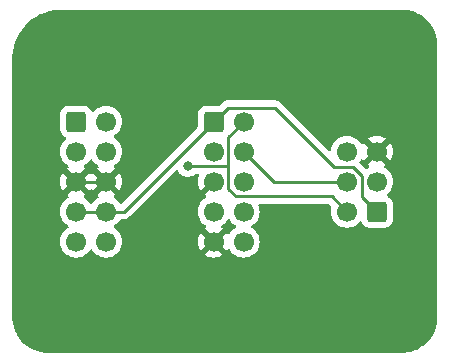
<source format=gbr>
%TF.GenerationSoftware,KiCad,Pcbnew,8.0.0*%
%TF.CreationDate,2024-04-02T10:27:19-06:00*%
%TF.ProjectId,swd_adapter,7377645f-6164-4617-9074-65722e6b6963,rev?*%
%TF.SameCoordinates,Original*%
%TF.FileFunction,Copper,L1,Top*%
%TF.FilePolarity,Positive*%
%FSLAX46Y46*%
G04 Gerber Fmt 4.6, Leading zero omitted, Abs format (unit mm)*
G04 Created by KiCad (PCBNEW 8.0.0) date 2024-04-02 10:27:19*
%MOMM*%
%LPD*%
G01*
G04 APERTURE LIST*
G04 Aperture macros list*
%AMRoundRect*
0 Rectangle with rounded corners*
0 $1 Rounding radius*
0 $2 $3 $4 $5 $6 $7 $8 $9 X,Y pos of 4 corners*
0 Add a 4 corners polygon primitive as box body*
4,1,4,$2,$3,$4,$5,$6,$7,$8,$9,$2,$3,0*
0 Add four circle primitives for the rounded corners*
1,1,$1+$1,$2,$3*
1,1,$1+$1,$4,$5*
1,1,$1+$1,$6,$7*
1,1,$1+$1,$8,$9*
0 Add four rect primitives between the rounded corners*
20,1,$1+$1,$2,$3,$4,$5,0*
20,1,$1+$1,$4,$5,$6,$7,0*
20,1,$1+$1,$6,$7,$8,$9,0*
20,1,$1+$1,$8,$9,$2,$3,0*%
G04 Aperture macros list end*
%TA.AperFunction,ComponentPad*%
%ADD10RoundRect,0.250000X-0.600000X-0.600000X0.600000X-0.600000X0.600000X0.600000X-0.600000X0.600000X0*%
%TD*%
%TA.AperFunction,ComponentPad*%
%ADD11C,1.700000*%
%TD*%
%TA.AperFunction,ComponentPad*%
%ADD12RoundRect,0.250000X0.600000X0.600000X-0.600000X0.600000X-0.600000X-0.600000X0.600000X-0.600000X0*%
%TD*%
%TA.AperFunction,ViaPad*%
%ADD13C,0.800000*%
%TD*%
%TA.AperFunction,Conductor*%
%ADD14C,0.250000*%
%TD*%
G04 APERTURE END LIST*
D10*
%TO.P,J1,1,VTref*%
%TO.N,/Vcc*%
X115650000Y-58520000D03*
D11*
%TO.P,J1,2,SWDIO/TMS*%
%TO.N,/SWDIO*%
X118190000Y-58520000D03*
%TO.P,J1,3,GND*%
%TO.N,GND*%
X115650000Y-61060000D03*
%TO.P,J1,4,SWCLK/TCK*%
%TO.N,/SWCLK*%
X118190000Y-61060000D03*
%TO.P,J1,5,GND*%
%TO.N,GND*%
X115650000Y-63600000D03*
%TO.P,J1,6,SWO/TDO*%
%TO.N,/SWO*%
X118190000Y-63600000D03*
%TO.P,J1,7,KEY*%
%TO.N,unconnected-(J1-KEY-Pad7)*%
X115650000Y-66140000D03*
%TO.P,J1,8,NC/TDI*%
%TO.N,/RST*%
X118190000Y-66140000D03*
%TO.P,J1,9,GNDDetect*%
%TO.N,GND*%
X115650000Y-68680000D03*
%TO.P,J1,10,~{RESET}*%
%TO.N,/RST*%
X118190000Y-68680000D03*
%TD*%
D10*
%TO.P,J3,1,Pin_1*%
%TO.N,/RST*%
X104000000Y-58520000D03*
D11*
%TO.P,J3,2,Pin_2*%
%TO.N,/SWCLK*%
X106540000Y-58520000D03*
%TO.P,J3,3,Pin_3*%
%TO.N,/SWO*%
X104000000Y-61060000D03*
%TO.P,J3,4,Pin_4*%
%TO.N,/SWDIO*%
X106540000Y-61060000D03*
%TO.P,J3,5,Pin_5*%
%TO.N,GND*%
X104000000Y-63600000D03*
%TO.P,J3,6,Pin_6*%
X106540000Y-63600000D03*
%TO.P,J3,7,Pin_7*%
%TO.N,/Vcc*%
X104000000Y-66140000D03*
%TO.P,J3,8,Pin_8*%
X106540000Y-66140000D03*
%TO.P,J3,9,Pin_9*%
%TO.N,unconnected-(J3-Pin_9-Pad9)*%
X104000000Y-68680000D03*
%TO.P,J3,10,Pin_10*%
%TO.N,unconnected-(J3-Pin_10-Pad10)*%
X106540000Y-68680000D03*
%TD*%
D12*
%TO.P,J2,1,VCC*%
%TO.N,/Vcc*%
X129467500Y-66145000D03*
D11*
%TO.P,J2,2,SWDIO*%
%TO.N,/SWDIO*%
X126927500Y-66145000D03*
%TO.P,J2,3,~{RESET}*%
%TO.N,/RST*%
X129467500Y-63605000D03*
%TO.P,J2,4,SWCLK*%
%TO.N,/SWCLK*%
X126927500Y-63605000D03*
%TO.P,J2,5,GND*%
%TO.N,GND*%
X129467500Y-61065000D03*
%TO.P,J2,6,SWO*%
%TO.N,/SWO*%
X126927500Y-61065000D03*
%TD*%
D13*
%TO.N,/SWDIO*%
X113450000Y-62300000D03*
%TD*%
D14*
%TO.N,/Vcc*%
X120845000Y-57345000D02*
X125850000Y-62350000D01*
X115650000Y-58520000D02*
X116825000Y-57345000D01*
X128200000Y-63100000D02*
X128200000Y-64877500D01*
X108030000Y-66140000D02*
X115650000Y-58520000D01*
X128200000Y-64877500D02*
X129467500Y-66145000D01*
X116825000Y-57345000D02*
X120845000Y-57345000D01*
X127450000Y-62350000D02*
X128200000Y-63100000D01*
X125850000Y-62350000D02*
X127450000Y-62350000D01*
X106540000Y-66140000D02*
X108030000Y-66140000D01*
X106540000Y-66140000D02*
X104000000Y-66140000D01*
%TO.N,/SWDIO*%
X113450000Y-62300000D02*
X116900000Y-62300000D01*
X126927500Y-66145000D02*
X125632500Y-64850000D01*
X116900000Y-64200000D02*
X116900000Y-62300000D01*
X125632500Y-64850000D02*
X117550000Y-64850000D01*
X116900000Y-62300000D02*
X116900000Y-59810000D01*
X116900000Y-59810000D02*
X118190000Y-58520000D01*
X117550000Y-64850000D02*
X116900000Y-64200000D01*
%TO.N,GND*%
X104000000Y-63600000D02*
X106540000Y-63600000D01*
%TO.N,/SWCLK*%
X120735000Y-63605000D02*
X118190000Y-61060000D01*
X126927500Y-63605000D02*
X120735000Y-63605000D01*
%TD*%
%TA.AperFunction,Conductor*%
%TO.N,GND*%
G36*
X117004855Y-66806546D02*
G01*
X117021575Y-66825842D01*
X117151501Y-67011396D01*
X117151506Y-67011402D01*
X117318597Y-67178493D01*
X117318603Y-67178498D01*
X117504158Y-67308425D01*
X117547783Y-67363002D01*
X117554977Y-67432500D01*
X117523454Y-67494855D01*
X117504158Y-67511575D01*
X117318597Y-67641505D01*
X117151505Y-67808597D01*
X117021269Y-67994595D01*
X116966692Y-68038220D01*
X116897194Y-68045414D01*
X116834839Y-68013891D01*
X116818119Y-67994595D01*
X116764925Y-67918626D01*
X116764925Y-67918625D01*
X116132962Y-68550589D01*
X116115925Y-68487007D01*
X116050099Y-68372993D01*
X115957007Y-68279901D01*
X115842993Y-68214075D01*
X115779410Y-68197037D01*
X116411373Y-67565073D01*
X116411373Y-67565072D01*
X116335405Y-67511880D01*
X116291780Y-67457304D01*
X116284586Y-67387805D01*
X116316108Y-67325451D01*
X116335399Y-67308734D01*
X116521401Y-67178495D01*
X116688495Y-67011401D01*
X116818425Y-66825842D01*
X116873002Y-66782217D01*
X116942500Y-66775023D01*
X117004855Y-66806546D01*
G37*
%TD.AperFunction*%
%TA.AperFunction,Conductor*%
G36*
X106074075Y-63792993D02*
G01*
X106139901Y-63907007D01*
X106232993Y-64000099D01*
X106347007Y-64065925D01*
X106410590Y-64082962D01*
X105778625Y-64714925D01*
X105854594Y-64768119D01*
X105898219Y-64822696D01*
X105905413Y-64892194D01*
X105873890Y-64954549D01*
X105854595Y-64971269D01*
X105668594Y-65101508D01*
X105501505Y-65268597D01*
X105371575Y-65454158D01*
X105316998Y-65497783D01*
X105247500Y-65504977D01*
X105185145Y-65473454D01*
X105168425Y-65454158D01*
X105038494Y-65268597D01*
X104871402Y-65101506D01*
X104871401Y-65101505D01*
X104685405Y-64971269D01*
X104641781Y-64916692D01*
X104634588Y-64847193D01*
X104666110Y-64784839D01*
X104685405Y-64768119D01*
X104761373Y-64714925D01*
X104129409Y-64082962D01*
X104192993Y-64065925D01*
X104307007Y-64000099D01*
X104400099Y-63907007D01*
X104465925Y-63792993D01*
X104482962Y-63729410D01*
X105114925Y-64361373D01*
X105168425Y-64284968D01*
X105223002Y-64241344D01*
X105292501Y-64234151D01*
X105354855Y-64265673D01*
X105371576Y-64284969D01*
X105425073Y-64361372D01*
X106057037Y-63729409D01*
X106074075Y-63792993D01*
G37*
%TD.AperFunction*%
%TA.AperFunction,Conductor*%
G36*
X105354855Y-61726546D02*
G01*
X105371575Y-61745842D01*
X105501500Y-61931395D01*
X105501505Y-61931401D01*
X105668599Y-62098495D01*
X105854594Y-62228730D01*
X105898218Y-62283307D01*
X105905411Y-62352806D01*
X105873889Y-62415160D01*
X105854593Y-62431880D01*
X105778626Y-62485072D01*
X105778625Y-62485072D01*
X106410590Y-63117037D01*
X106347007Y-63134075D01*
X106232993Y-63199901D01*
X106139901Y-63292993D01*
X106074075Y-63407007D01*
X106057037Y-63470590D01*
X105425072Y-62838625D01*
X105425072Y-62838626D01*
X105371574Y-62915030D01*
X105316998Y-62958655D01*
X105247499Y-62965849D01*
X105185144Y-62934326D01*
X105168424Y-62915030D01*
X105114925Y-62838626D01*
X105114925Y-62838625D01*
X104482962Y-63470589D01*
X104465925Y-63407007D01*
X104400099Y-63292993D01*
X104307007Y-63199901D01*
X104192993Y-63134075D01*
X104129410Y-63117037D01*
X104761373Y-62485073D01*
X104761373Y-62485072D01*
X104685405Y-62431880D01*
X104641780Y-62377304D01*
X104634586Y-62307805D01*
X104666108Y-62245451D01*
X104685399Y-62228734D01*
X104871401Y-62098495D01*
X105038495Y-61931401D01*
X105168425Y-61745842D01*
X105223002Y-61702217D01*
X105292500Y-61695023D01*
X105354855Y-61726546D01*
G37*
%TD.AperFunction*%
%TA.AperFunction,Conductor*%
G36*
X129001575Y-61257993D02*
G01*
X129067401Y-61372007D01*
X129160493Y-61465099D01*
X129274507Y-61530925D01*
X129338090Y-61547962D01*
X128706125Y-62179925D01*
X128782094Y-62233119D01*
X128825719Y-62287696D01*
X128832913Y-62357194D01*
X128801390Y-62419549D01*
X128782094Y-62436269D01*
X128654859Y-62525359D01*
X128588653Y-62547686D01*
X128520886Y-62530676D01*
X128496055Y-62511465D01*
X128021034Y-62036444D01*
X127987549Y-61975121D01*
X127992533Y-61905429D01*
X128007140Y-61877640D01*
X128013120Y-61869099D01*
X128096232Y-61750403D01*
X128150807Y-61706780D01*
X128220305Y-61699586D01*
X128282660Y-61731109D01*
X128299380Y-61750405D01*
X128352573Y-61826373D01*
X128984537Y-61194409D01*
X129001575Y-61257993D01*
G37*
%TD.AperFunction*%
%TA.AperFunction,Conductor*%
G36*
X131600860Y-49049596D02*
G01*
X131603666Y-49049635D01*
X131764001Y-49051872D01*
X131776268Y-49052653D01*
X132101306Y-49089668D01*
X132115131Y-49092042D01*
X132433029Y-49165398D01*
X132446511Y-49169325D01*
X132754072Y-49278180D01*
X132767013Y-49283604D01*
X133060281Y-49426558D01*
X133072540Y-49433420D01*
X133347736Y-49608630D01*
X133359132Y-49616828D01*
X133612756Y-49822068D01*
X133623144Y-49831497D01*
X133851906Y-50064104D01*
X133861176Y-50074665D01*
X134062140Y-50331649D01*
X134070156Y-50343192D01*
X134240756Y-50621270D01*
X134247413Y-50633645D01*
X134385456Y-50929242D01*
X134390672Y-50942292D01*
X134494378Y-51251604D01*
X134498083Y-51265159D01*
X134566129Y-51584226D01*
X134568276Y-51598114D01*
X134599865Y-51923678D01*
X134600445Y-51935989D01*
X134600000Y-52100168D01*
X134600000Y-75099117D01*
X134599988Y-75100855D01*
X134597725Y-75262256D01*
X134596957Y-75274402D01*
X134560722Y-75595992D01*
X134558393Y-75609700D01*
X134486573Y-75924366D01*
X134482724Y-75937729D01*
X134376120Y-76242386D01*
X134370798Y-76255233D01*
X134230760Y-76546025D01*
X134224034Y-76558195D01*
X134052314Y-76831486D01*
X134044267Y-76842827D01*
X133843028Y-77095173D01*
X133833762Y-77105541D01*
X133605541Y-77333762D01*
X133595173Y-77343028D01*
X133342827Y-77544267D01*
X133331486Y-77552314D01*
X133058195Y-77724034D01*
X133046025Y-77730760D01*
X132755233Y-77870798D01*
X132742386Y-77876120D01*
X132437729Y-77982724D01*
X132424366Y-77986573D01*
X132109700Y-78058393D01*
X132095992Y-78060722D01*
X131774402Y-78096957D01*
X131762256Y-78097725D01*
X131600856Y-78099988D01*
X131599118Y-78100000D01*
X101572620Y-78100000D01*
X101569997Y-78099972D01*
X101553158Y-78099615D01*
X101409811Y-78096582D01*
X101397740Y-78095736D01*
X101077828Y-78057554D01*
X101064196Y-78055149D01*
X100751379Y-77981747D01*
X100738104Y-77977839D01*
X100435415Y-77870026D01*
X100422665Y-77864665D01*
X100133883Y-77723788D01*
X100121800Y-77717034D01*
X99850521Y-77544848D01*
X99839266Y-77536789D01*
X99588875Y-77335443D01*
X99578588Y-77326180D01*
X99352193Y-77098174D01*
X99343003Y-77087822D01*
X99143422Y-76835988D01*
X99135468Y-76824711D01*
X98965191Y-76552188D01*
X98958532Y-76540073D01*
X98822071Y-76255233D01*
X98819705Y-76250293D01*
X98814438Y-76237515D01*
X98708769Y-75934053D01*
X98704956Y-75920752D01*
X98633772Y-75607413D01*
X98631469Y-75593794D01*
X98595558Y-75273622D01*
X98594798Y-75261516D01*
X98592577Y-75100868D01*
X98592565Y-75099154D01*
X98592565Y-68680000D01*
X102644341Y-68680000D01*
X102664936Y-68915403D01*
X102664938Y-68915413D01*
X102726094Y-69143655D01*
X102726096Y-69143659D01*
X102726097Y-69143663D01*
X102805801Y-69314588D01*
X102825965Y-69357830D01*
X102825967Y-69357834D01*
X102884462Y-69441373D01*
X102961505Y-69551401D01*
X103128599Y-69718495D01*
X103225384Y-69786265D01*
X103322165Y-69854032D01*
X103322167Y-69854033D01*
X103322170Y-69854035D01*
X103536337Y-69953903D01*
X103764592Y-70015063D01*
X103952918Y-70031539D01*
X103999999Y-70035659D01*
X104000000Y-70035659D01*
X104000001Y-70035659D01*
X104039234Y-70032226D01*
X104235408Y-70015063D01*
X104463663Y-69953903D01*
X104677830Y-69854035D01*
X104871401Y-69718495D01*
X105038495Y-69551401D01*
X105168425Y-69365842D01*
X105223002Y-69322217D01*
X105292500Y-69315023D01*
X105354855Y-69346546D01*
X105371575Y-69365842D01*
X105501500Y-69551395D01*
X105501505Y-69551401D01*
X105668599Y-69718495D01*
X105765384Y-69786265D01*
X105862165Y-69854032D01*
X105862167Y-69854033D01*
X105862170Y-69854035D01*
X106076337Y-69953903D01*
X106304592Y-70015063D01*
X106492918Y-70031539D01*
X106539999Y-70035659D01*
X106540000Y-70035659D01*
X106540001Y-70035659D01*
X106579234Y-70032226D01*
X106775408Y-70015063D01*
X107003663Y-69953903D01*
X107217830Y-69854035D01*
X107411401Y-69718495D01*
X107578495Y-69551401D01*
X107714035Y-69357830D01*
X107813903Y-69143663D01*
X107875063Y-68915408D01*
X107895659Y-68680000D01*
X107875063Y-68444592D01*
X107813903Y-68216337D01*
X107714035Y-68002171D01*
X107708731Y-67994595D01*
X107578494Y-67808597D01*
X107411402Y-67641506D01*
X107411396Y-67641501D01*
X107225842Y-67511575D01*
X107182217Y-67456998D01*
X107175023Y-67387500D01*
X107206546Y-67325145D01*
X107225842Y-67308425D01*
X107248026Y-67292891D01*
X107411401Y-67178495D01*
X107578495Y-67011401D01*
X107713652Y-66818377D01*
X107768229Y-66774752D01*
X107815227Y-66765500D01*
X108091607Y-66765500D01*
X108152029Y-66753481D01*
X108212452Y-66741463D01*
X108212455Y-66741461D01*
X108212458Y-66741461D01*
X108245787Y-66727654D01*
X108245786Y-66727654D01*
X108245792Y-66727652D01*
X108326286Y-66694312D01*
X108377509Y-66660084D01*
X108428733Y-66625858D01*
X108515858Y-66538733D01*
X108515858Y-66538731D01*
X108526066Y-66528524D01*
X108526068Y-66528521D01*
X112422383Y-62632205D01*
X112483704Y-62598722D01*
X112553396Y-62603706D01*
X112609329Y-62645578D01*
X112619408Y-62662750D01*
X112619572Y-62662656D01*
X112622820Y-62668282D01*
X112622821Y-62668284D01*
X112717467Y-62832216D01*
X112832358Y-62959815D01*
X112844129Y-62972888D01*
X112997265Y-63084148D01*
X112997270Y-63084151D01*
X113170192Y-63161142D01*
X113170197Y-63161144D01*
X113355354Y-63200500D01*
X113355355Y-63200500D01*
X113544644Y-63200500D01*
X113544646Y-63200500D01*
X113729803Y-63161144D01*
X113902730Y-63084151D01*
X114055871Y-62972888D01*
X114058788Y-62969647D01*
X114061600Y-62966526D01*
X114121087Y-62929879D01*
X114153748Y-62925500D01*
X114280323Y-62925500D01*
X114347362Y-62945185D01*
X114393117Y-62997989D01*
X114403061Y-63067147D01*
X114392705Y-63101904D01*
X114376571Y-63136502D01*
X114376566Y-63136516D01*
X114315432Y-63364673D01*
X114315430Y-63364684D01*
X114294843Y-63599998D01*
X114294843Y-63600001D01*
X114315430Y-63835315D01*
X114315432Y-63835326D01*
X114376566Y-64063483D01*
X114376570Y-64063492D01*
X114476400Y-64277579D01*
X114476402Y-64277583D01*
X114535072Y-64361373D01*
X114535073Y-64361373D01*
X115167037Y-63729409D01*
X115184075Y-63792993D01*
X115249901Y-63907007D01*
X115342993Y-64000099D01*
X115457007Y-64065925D01*
X115520588Y-64082961D01*
X114888625Y-64714925D01*
X114964594Y-64768119D01*
X115008219Y-64822696D01*
X115015413Y-64892194D01*
X114983890Y-64954549D01*
X114964595Y-64971269D01*
X114778594Y-65101508D01*
X114611505Y-65268597D01*
X114475965Y-65462169D01*
X114475964Y-65462171D01*
X114376098Y-65676335D01*
X114376094Y-65676344D01*
X114314938Y-65904586D01*
X114314936Y-65904596D01*
X114294341Y-66139999D01*
X114294341Y-66140000D01*
X114314936Y-66375403D01*
X114314938Y-66375413D01*
X114376094Y-66603655D01*
X114376096Y-66603659D01*
X114376097Y-66603663D01*
X114465323Y-66795008D01*
X114475965Y-66817830D01*
X114475967Y-66817834D01*
X114584281Y-66972521D01*
X114611505Y-67011401D01*
X114778599Y-67178495D01*
X114964158Y-67308425D01*
X114964594Y-67308730D01*
X115008218Y-67363307D01*
X115015411Y-67432806D01*
X114983889Y-67495160D01*
X114964593Y-67511880D01*
X114888626Y-67565072D01*
X114888625Y-67565072D01*
X115520590Y-68197037D01*
X115457007Y-68214075D01*
X115342993Y-68279901D01*
X115249901Y-68372993D01*
X115184075Y-68487007D01*
X115167037Y-68550589D01*
X114535073Y-67918625D01*
X114535072Y-67918625D01*
X114476401Y-68002419D01*
X114376570Y-68216507D01*
X114376566Y-68216516D01*
X114315432Y-68444673D01*
X114315430Y-68444684D01*
X114294843Y-68679998D01*
X114294843Y-68680001D01*
X114315430Y-68915315D01*
X114315432Y-68915326D01*
X114376566Y-69143483D01*
X114376570Y-69143492D01*
X114476400Y-69357579D01*
X114476402Y-69357583D01*
X114535072Y-69441373D01*
X114535073Y-69441373D01*
X115167037Y-68809409D01*
X115184075Y-68872993D01*
X115249901Y-68987007D01*
X115342993Y-69080099D01*
X115457007Y-69145925D01*
X115520590Y-69162962D01*
X114888625Y-69794925D01*
X114972421Y-69853599D01*
X115186507Y-69953429D01*
X115186516Y-69953433D01*
X115414673Y-70014567D01*
X115414684Y-70014569D01*
X115649998Y-70035157D01*
X115650002Y-70035157D01*
X115885315Y-70014569D01*
X115885326Y-70014567D01*
X116113483Y-69953433D01*
X116113492Y-69953429D01*
X116327578Y-69853600D01*
X116327582Y-69853598D01*
X116411373Y-69794926D01*
X116411373Y-69794925D01*
X115779409Y-69162962D01*
X115842993Y-69145925D01*
X115957007Y-69080099D01*
X116050099Y-68987007D01*
X116115925Y-68872993D01*
X116132962Y-68809410D01*
X116764925Y-69441373D01*
X116818119Y-69365405D01*
X116872696Y-69321781D01*
X116942195Y-69314588D01*
X117004549Y-69346110D01*
X117021269Y-69365405D01*
X117151505Y-69551401D01*
X117318599Y-69718495D01*
X117415384Y-69786265D01*
X117512165Y-69854032D01*
X117512167Y-69854033D01*
X117512170Y-69854035D01*
X117726337Y-69953903D01*
X117954592Y-70015063D01*
X118142918Y-70031539D01*
X118189999Y-70035659D01*
X118190000Y-70035659D01*
X118190001Y-70035659D01*
X118229234Y-70032226D01*
X118425408Y-70015063D01*
X118653663Y-69953903D01*
X118867830Y-69854035D01*
X119061401Y-69718495D01*
X119228495Y-69551401D01*
X119364035Y-69357830D01*
X119463903Y-69143663D01*
X119525063Y-68915408D01*
X119545659Y-68680000D01*
X119525063Y-68444592D01*
X119463903Y-68216337D01*
X119364035Y-68002171D01*
X119358731Y-67994595D01*
X119228494Y-67808597D01*
X119061402Y-67641506D01*
X119061396Y-67641501D01*
X118875842Y-67511575D01*
X118832217Y-67456998D01*
X118825023Y-67387500D01*
X118856546Y-67325145D01*
X118875842Y-67308425D01*
X118898026Y-67292891D01*
X119061401Y-67178495D01*
X119228495Y-67011401D01*
X119364035Y-66817830D01*
X119463903Y-66603663D01*
X119525063Y-66375408D01*
X119545659Y-66140000D01*
X119525063Y-65904592D01*
X119463903Y-65676337D01*
X119452509Y-65651904D01*
X119442018Y-65582827D01*
X119470538Y-65519043D01*
X119529014Y-65480804D01*
X119564892Y-65475500D01*
X125322048Y-65475500D01*
X125389087Y-65495185D01*
X125409729Y-65511819D01*
X125587262Y-65689352D01*
X125620747Y-65750675D01*
X125619356Y-65809126D01*
X125592438Y-65909586D01*
X125592436Y-65909596D01*
X125571841Y-66144999D01*
X125571841Y-66145000D01*
X125592436Y-66380403D01*
X125592438Y-66380413D01*
X125653594Y-66608655D01*
X125653596Y-66608659D01*
X125653597Y-66608663D01*
X125693536Y-66694312D01*
X125753465Y-66822830D01*
X125753467Y-66822834D01*
X125860170Y-66975220D01*
X125889005Y-67016401D01*
X126056099Y-67183495D01*
X126099175Y-67213657D01*
X126249665Y-67319032D01*
X126249667Y-67319033D01*
X126249670Y-67319035D01*
X126463837Y-67418903D01*
X126692092Y-67480063D01*
X126868534Y-67495500D01*
X126927499Y-67500659D01*
X126927500Y-67500659D01*
X126927501Y-67500659D01*
X126986466Y-67495500D01*
X127162908Y-67480063D01*
X127391163Y-67418903D01*
X127605330Y-67319035D01*
X127798901Y-67183495D01*
X127965995Y-67016401D01*
X127966004Y-67016388D01*
X127967136Y-67015040D01*
X127967793Y-67014602D01*
X127969823Y-67012573D01*
X127970230Y-67012980D01*
X128025305Y-66976334D01*
X128095166Y-66975220D01*
X128154538Y-67012053D01*
X128179835Y-67055733D01*
X128182686Y-67064334D01*
X128274788Y-67213656D01*
X128398844Y-67337712D01*
X128548166Y-67429814D01*
X128714703Y-67484999D01*
X128817491Y-67495500D01*
X130117508Y-67495499D01*
X130123813Y-67494855D01*
X130135395Y-67493671D01*
X130220297Y-67484999D01*
X130386834Y-67429814D01*
X130536156Y-67337712D01*
X130660212Y-67213656D01*
X130752314Y-67064334D01*
X130807499Y-66897797D01*
X130818000Y-66795009D01*
X130817999Y-65494992D01*
X130807499Y-65392203D01*
X130752314Y-65225666D01*
X130660212Y-65076344D01*
X130536156Y-64952288D01*
X130438728Y-64892194D01*
X130386836Y-64860187D01*
X130386831Y-64860185D01*
X130386715Y-64860146D01*
X130378233Y-64857336D01*
X130320790Y-64817564D01*
X130293967Y-64753048D01*
X130306282Y-64684272D01*
X130335267Y-64647517D01*
X130335073Y-64647323D01*
X130336719Y-64645676D01*
X130337540Y-64644636D01*
X130338888Y-64643504D01*
X130338901Y-64643495D01*
X130505995Y-64476401D01*
X130641535Y-64282830D01*
X130741403Y-64068663D01*
X130802563Y-63840408D01*
X130823159Y-63605000D01*
X130822721Y-63599999D01*
X130815016Y-63511931D01*
X130802563Y-63369592D01*
X130741403Y-63141337D01*
X130641535Y-62927171D01*
X130638211Y-62922423D01*
X130505994Y-62733597D01*
X130338902Y-62566506D01*
X130338901Y-62566505D01*
X130152905Y-62436269D01*
X130109281Y-62381692D01*
X130102088Y-62312193D01*
X130133610Y-62249839D01*
X130152905Y-62233119D01*
X130228873Y-62179925D01*
X129596909Y-61547962D01*
X129660493Y-61530925D01*
X129774507Y-61465099D01*
X129867599Y-61372007D01*
X129933425Y-61257993D01*
X129950462Y-61194410D01*
X130582425Y-61826373D01*
X130582426Y-61826373D01*
X130641098Y-61742582D01*
X130641100Y-61742578D01*
X130740929Y-61528492D01*
X130740933Y-61528483D01*
X130802067Y-61300326D01*
X130802069Y-61300315D01*
X130822657Y-61065001D01*
X130822657Y-61064998D01*
X130802069Y-60829684D01*
X130802067Y-60829673D01*
X130740933Y-60601516D01*
X130740929Y-60601507D01*
X130641100Y-60387423D01*
X130641099Y-60387421D01*
X130582425Y-60303626D01*
X130582425Y-60303625D01*
X129950462Y-60935589D01*
X129933425Y-60872007D01*
X129867599Y-60757993D01*
X129774507Y-60664901D01*
X129660493Y-60599075D01*
X129596910Y-60582037D01*
X130228873Y-59950073D01*
X130228873Y-59950072D01*
X130145083Y-59891402D01*
X130145079Y-59891400D01*
X129930992Y-59791570D01*
X129930983Y-59791566D01*
X129702826Y-59730432D01*
X129702815Y-59730430D01*
X129467502Y-59709843D01*
X129467498Y-59709843D01*
X129232184Y-59730430D01*
X129232173Y-59730432D01*
X129004016Y-59791566D01*
X129004007Y-59791570D01*
X128789919Y-59891401D01*
X128706125Y-59950072D01*
X129338090Y-60582037D01*
X129274507Y-60599075D01*
X129160493Y-60664901D01*
X129067401Y-60757993D01*
X129001575Y-60872007D01*
X128984537Y-60935589D01*
X128352573Y-60303626D01*
X128299381Y-60379594D01*
X128244804Y-60423219D01*
X128175306Y-60430413D01*
X128112951Y-60398891D01*
X128096230Y-60379594D01*
X127965994Y-60193597D01*
X127798902Y-60026506D01*
X127798895Y-60026501D01*
X127791761Y-60021506D01*
X127733519Y-59980724D01*
X127605334Y-59890967D01*
X127605330Y-59890965D01*
X127561443Y-59870500D01*
X127391163Y-59791097D01*
X127391159Y-59791096D01*
X127391155Y-59791094D01*
X127162913Y-59729938D01*
X127162903Y-59729936D01*
X126927501Y-59709341D01*
X126927499Y-59709341D01*
X126692096Y-59729936D01*
X126692086Y-59729938D01*
X126463844Y-59791094D01*
X126463835Y-59791098D01*
X126249671Y-59890964D01*
X126249669Y-59890965D01*
X126056097Y-60026505D01*
X125889005Y-60193597D01*
X125753465Y-60387169D01*
X125753464Y-60387171D01*
X125672873Y-60560000D01*
X125655930Y-60596335D01*
X125653598Y-60601335D01*
X125653594Y-60601344D01*
X125592438Y-60829586D01*
X125592436Y-60829596D01*
X125585182Y-60912510D01*
X125559729Y-60977579D01*
X125503138Y-61018557D01*
X125433376Y-61022435D01*
X125373973Y-60989383D01*
X121335198Y-56950608D01*
X121335178Y-56950586D01*
X121243733Y-56859141D01*
X121192509Y-56824915D01*
X121141287Y-56790689D01*
X121141286Y-56790688D01*
X121141283Y-56790686D01*
X121141280Y-56790685D01*
X121060792Y-56757347D01*
X121027453Y-56743537D01*
X121017427Y-56741543D01*
X120967029Y-56731518D01*
X120906610Y-56719500D01*
X120906607Y-56719500D01*
X120906606Y-56719500D01*
X116886607Y-56719500D01*
X116763393Y-56719500D01*
X116763389Y-56719500D01*
X116702971Y-56731518D01*
X116642548Y-56743537D01*
X116642543Y-56743538D01*
X116609207Y-56757347D01*
X116595397Y-56763067D01*
X116573169Y-56772274D01*
X116528713Y-56790688D01*
X116518557Y-56797475D01*
X116518449Y-56797547D01*
X116426268Y-56859140D01*
X116382705Y-56902703D01*
X116339142Y-56946267D01*
X116339139Y-56946270D01*
X116152227Y-57133181D01*
X116090904Y-57166666D01*
X116064546Y-57169500D01*
X114999998Y-57169500D01*
X114999981Y-57169501D01*
X114897203Y-57180000D01*
X114897200Y-57180001D01*
X114730668Y-57235185D01*
X114730663Y-57235187D01*
X114581342Y-57327289D01*
X114457289Y-57451342D01*
X114365187Y-57600663D01*
X114365185Y-57600668D01*
X114348701Y-57650414D01*
X114310001Y-57767203D01*
X114310001Y-57767204D01*
X114310000Y-57767204D01*
X114299500Y-57869983D01*
X114299500Y-58934546D01*
X114279815Y-59001585D01*
X114263181Y-59022227D01*
X107863503Y-65421906D01*
X107802180Y-65455391D01*
X107732488Y-65450407D01*
X107676555Y-65408535D01*
X107674247Y-65405348D01*
X107578494Y-65268597D01*
X107411402Y-65101506D01*
X107411401Y-65101505D01*
X107225405Y-64971269D01*
X107181781Y-64916692D01*
X107174588Y-64847193D01*
X107206110Y-64784839D01*
X107225405Y-64768119D01*
X107301373Y-64714925D01*
X106669409Y-64082962D01*
X106732993Y-64065925D01*
X106847007Y-64000099D01*
X106940099Y-63907007D01*
X107005925Y-63792993D01*
X107022962Y-63729410D01*
X107654925Y-64361373D01*
X107654926Y-64361373D01*
X107713598Y-64277582D01*
X107713600Y-64277578D01*
X107813429Y-64063492D01*
X107813433Y-64063483D01*
X107874567Y-63835326D01*
X107874569Y-63835315D01*
X107895157Y-63600001D01*
X107895157Y-63599998D01*
X107874569Y-63364684D01*
X107874567Y-63364673D01*
X107813433Y-63136516D01*
X107813429Y-63136507D01*
X107713600Y-62922423D01*
X107713599Y-62922421D01*
X107654925Y-62838626D01*
X107654925Y-62838625D01*
X107022962Y-63470589D01*
X107005925Y-63407007D01*
X106940099Y-63292993D01*
X106847007Y-63199901D01*
X106732993Y-63134075D01*
X106669410Y-63117037D01*
X107301373Y-62485073D01*
X107301373Y-62485072D01*
X107225405Y-62431880D01*
X107181780Y-62377304D01*
X107174586Y-62307805D01*
X107206108Y-62245451D01*
X107225399Y-62228734D01*
X107411401Y-62098495D01*
X107578495Y-61931401D01*
X107714035Y-61737830D01*
X107813903Y-61523663D01*
X107875063Y-61295408D01*
X107895659Y-61060000D01*
X107875063Y-60824592D01*
X107813903Y-60596337D01*
X107714035Y-60382171D01*
X107708425Y-60374158D01*
X107578494Y-60188597D01*
X107411402Y-60021506D01*
X107411396Y-60021501D01*
X107225842Y-59891575D01*
X107182217Y-59836998D01*
X107175023Y-59767500D01*
X107206546Y-59705145D01*
X107225842Y-59688425D01*
X107368325Y-59588657D01*
X107411401Y-59558495D01*
X107578495Y-59391401D01*
X107714035Y-59197830D01*
X107813903Y-58983663D01*
X107875063Y-58755408D01*
X107895659Y-58520000D01*
X107875063Y-58284592D01*
X107813903Y-58056337D01*
X107714035Y-57842171D01*
X107581527Y-57652928D01*
X107578494Y-57648597D01*
X107411402Y-57481506D01*
X107411395Y-57481501D01*
X107217834Y-57345967D01*
X107217830Y-57345965D01*
X107177777Y-57327288D01*
X107003663Y-57246097D01*
X107003659Y-57246096D01*
X107003655Y-57246094D01*
X106775413Y-57184938D01*
X106775403Y-57184936D01*
X106540001Y-57164341D01*
X106539999Y-57164341D01*
X106304596Y-57184936D01*
X106304586Y-57184938D01*
X106076344Y-57246094D01*
X106076335Y-57246098D01*
X105862171Y-57345964D01*
X105862169Y-57345965D01*
X105668597Y-57481505D01*
X105501503Y-57648599D01*
X105500349Y-57649975D01*
X105499688Y-57650414D01*
X105497676Y-57652427D01*
X105497271Y-57652022D01*
X105442173Y-57688671D01*
X105372312Y-57689772D01*
X105312946Y-57652928D01*
X105287663Y-57609265D01*
X105284814Y-57600666D01*
X105192712Y-57451344D01*
X105068656Y-57327288D01*
X104975888Y-57270069D01*
X104919336Y-57235187D01*
X104919331Y-57235185D01*
X104917862Y-57234698D01*
X104752797Y-57180001D01*
X104752795Y-57180000D01*
X104650010Y-57169500D01*
X103349998Y-57169500D01*
X103349981Y-57169501D01*
X103247203Y-57180000D01*
X103247200Y-57180001D01*
X103080668Y-57235185D01*
X103080663Y-57235187D01*
X102931342Y-57327289D01*
X102807289Y-57451342D01*
X102715187Y-57600663D01*
X102715185Y-57600668D01*
X102698701Y-57650414D01*
X102660001Y-57767203D01*
X102660001Y-57767204D01*
X102660000Y-57767204D01*
X102649500Y-57869983D01*
X102649500Y-59170001D01*
X102649501Y-59170018D01*
X102660000Y-59272796D01*
X102660001Y-59272799D01*
X102699303Y-59391402D01*
X102715186Y-59439334D01*
X102807288Y-59588656D01*
X102931344Y-59712712D01*
X103080666Y-59804814D01*
X103089264Y-59807663D01*
X103146707Y-59847433D01*
X103173531Y-59911948D01*
X103161217Y-59980724D01*
X103132234Y-60017483D01*
X103132427Y-60017676D01*
X103130798Y-60019304D01*
X103129975Y-60020349D01*
X103128599Y-60021503D01*
X102961505Y-60188597D01*
X102825965Y-60382169D01*
X102825964Y-60382171D01*
X102726098Y-60596335D01*
X102726094Y-60596344D01*
X102664938Y-60824586D01*
X102664936Y-60824596D01*
X102644341Y-61059999D01*
X102644341Y-61060000D01*
X102664936Y-61295403D01*
X102664938Y-61295413D01*
X102726094Y-61523655D01*
X102726096Y-61523659D01*
X102726097Y-61523663D01*
X102809358Y-61702217D01*
X102825965Y-61737830D01*
X102825967Y-61737834D01*
X102923861Y-61877640D01*
X102961505Y-61931401D01*
X103128599Y-62098495D01*
X103314594Y-62228730D01*
X103358218Y-62283307D01*
X103365411Y-62352806D01*
X103333889Y-62415160D01*
X103314593Y-62431880D01*
X103238626Y-62485072D01*
X103238625Y-62485072D01*
X103870590Y-63117037D01*
X103807007Y-63134075D01*
X103692993Y-63199901D01*
X103599901Y-63292993D01*
X103534075Y-63407007D01*
X103517037Y-63470589D01*
X102885073Y-62838625D01*
X102885072Y-62838625D01*
X102826401Y-62922419D01*
X102726570Y-63136507D01*
X102726566Y-63136516D01*
X102665432Y-63364673D01*
X102665430Y-63364684D01*
X102644843Y-63599998D01*
X102644843Y-63600001D01*
X102665430Y-63835315D01*
X102665432Y-63835326D01*
X102726566Y-64063483D01*
X102726570Y-64063492D01*
X102826400Y-64277579D01*
X102826402Y-64277583D01*
X102885072Y-64361373D01*
X102885073Y-64361373D01*
X103517037Y-63729409D01*
X103534075Y-63792993D01*
X103599901Y-63907007D01*
X103692993Y-64000099D01*
X103807007Y-64065925D01*
X103870590Y-64082962D01*
X103238625Y-64714925D01*
X103314594Y-64768119D01*
X103358219Y-64822696D01*
X103365413Y-64892194D01*
X103333890Y-64954549D01*
X103314595Y-64971269D01*
X103128594Y-65101508D01*
X102961505Y-65268597D01*
X102825965Y-65462169D01*
X102825964Y-65462171D01*
X102726098Y-65676335D01*
X102726094Y-65676344D01*
X102664938Y-65904586D01*
X102664936Y-65904596D01*
X102644341Y-66139999D01*
X102644341Y-66140000D01*
X102664936Y-66375403D01*
X102664938Y-66375413D01*
X102726094Y-66603655D01*
X102726096Y-66603659D01*
X102726097Y-66603663D01*
X102815323Y-66795008D01*
X102825965Y-66817830D01*
X102825967Y-66817834D01*
X102934281Y-66972521D01*
X102961501Y-67011396D01*
X102961506Y-67011402D01*
X103128597Y-67178493D01*
X103128603Y-67178498D01*
X103314158Y-67308425D01*
X103357783Y-67363002D01*
X103364977Y-67432500D01*
X103333454Y-67494855D01*
X103314158Y-67511575D01*
X103128597Y-67641505D01*
X102961505Y-67808597D01*
X102825965Y-68002169D01*
X102825964Y-68002171D01*
X102726098Y-68216335D01*
X102726094Y-68216344D01*
X102664938Y-68444586D01*
X102664936Y-68444596D01*
X102644341Y-68679999D01*
X102644341Y-68680000D01*
X98592565Y-68680000D01*
X98592565Y-53200389D01*
X98592574Y-53198856D01*
X98595018Y-53001150D01*
X98595606Y-52990529D01*
X98634432Y-52596333D01*
X98636214Y-52584320D01*
X98713342Y-52196577D01*
X98716288Y-52184810D01*
X98831064Y-51806451D01*
X98835145Y-51795045D01*
X98986442Y-51429784D01*
X98991638Y-51418800D01*
X99177997Y-51070145D01*
X99184242Y-51059725D01*
X99403882Y-50731010D01*
X99411128Y-50721241D01*
X99661924Y-50415645D01*
X99670075Y-50406651D01*
X99949636Y-50127088D01*
X99958631Y-50118935D01*
X100264244Y-49868124D01*
X100273983Y-49860902D01*
X100602707Y-49641253D01*
X100613124Y-49635009D01*
X100961786Y-49448643D01*
X100972774Y-49443446D01*
X101338022Y-49292154D01*
X101349460Y-49288062D01*
X101727784Y-49173296D01*
X101739546Y-49170350D01*
X102127297Y-49093219D01*
X102139322Y-49091434D01*
X102533521Y-49052606D01*
X102544125Y-49052019D01*
X102740975Y-49049603D01*
X102741833Y-49049593D01*
X102743355Y-49049584D01*
X131599131Y-49049584D01*
X131600860Y-49049596D01*
G37*
%TD.AperFunction*%
%TD*%
M02*

</source>
